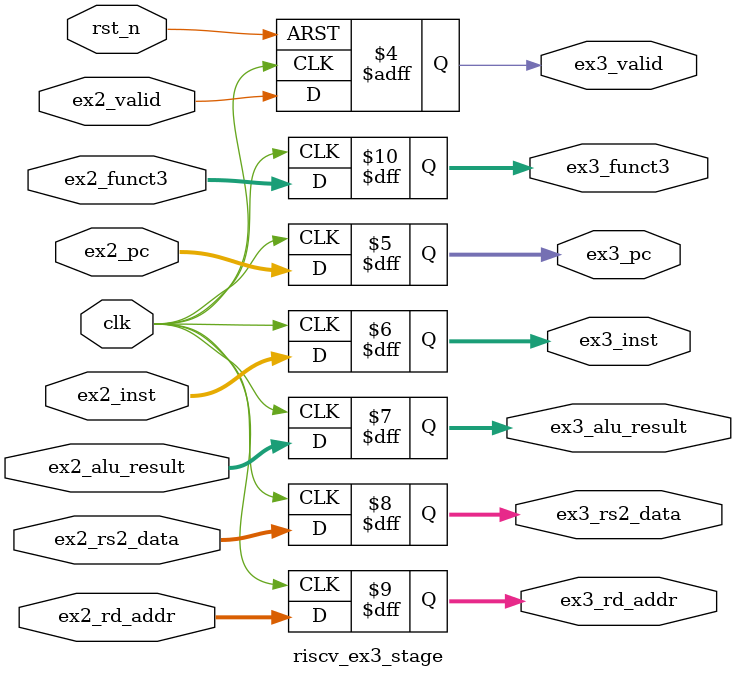
<source format=sv>


module riscv_ex3_stage (
    input  logic        clk,
    input  logic        rst_n,
    
    // Inputs from EX2 Stage
    input  logic [63:0] ex2_pc,
    input  logic [31:0] ex2_inst,
    input  logic [63:0] ex2_alu_result,
    input  logic [63:0] ex2_rs2_data,
    input  logic [4:0]  ex2_rd_addr,
    input  logic [2:0]  ex2_funct3,
    input  logic        ex2_valid,
    
    // Outputs to EX4 Stage - Pipeline Registers
    output logic [63:0] ex3_pc,         // NO RESET - Data path
    output logic [31:0] ex3_inst,       // NO RESET - Data path
    output logic [63:0] ex3_alu_result, // NO RESET - Data path (64-bit)
    output logic [63:0] ex3_rs2_data,   // NO RESET - Data path (64-bit)
    output logic [4:0]  ex3_rd_addr,    // NO RESET - Data path
    output logic [2:0]  ex3_funct3,     // NO RESET - Data path
    output logic        ex3_valid       // WITH RESET - Control path
);

    //==========================================================================
    // Pipeline Registers - NO RESET (Data Path)
    //==========================================================================
    always_ff @(posedge clk) begin
        ex3_pc         <= ex2_pc;
        ex3_inst       <= ex2_inst;
        ex3_alu_result <= ex2_alu_result;
        ex3_rs2_data   <= ex2_rs2_data;
        ex3_rd_addr    <= ex2_rd_addr;
        ex3_funct3     <= ex2_funct3;
    end
    
    //==========================================================================
    // Valid Signal - WITH RESET (Control Path)
    //==========================================================================
    always_ff @(posedge clk or negedge rst_n) begin
        if (!rst_n)
            ex3_valid <= 1'b0;
        else
            ex3_valid <= ex2_valid;
    end

endmodule

</source>
